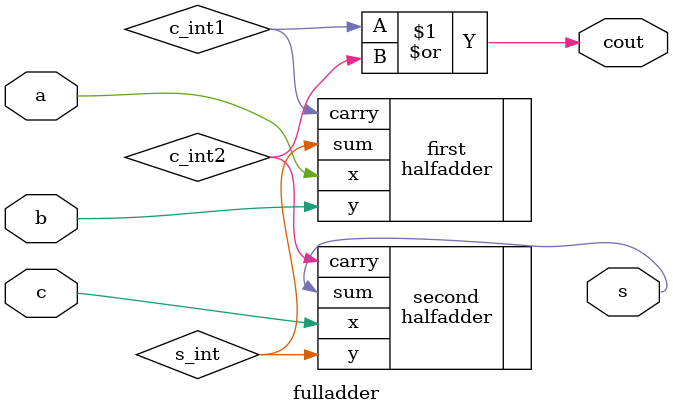
<source format=v>
module fulladder(a, b, c, s, cout);
  input a, b, c;
  output s, cout;
  wire s, cout;
  wire c_int1, c_int2, s_int; //intermediate sum and carry
  
  halfadder first (
    .x(a), .y(b), .sum(s_int), .carry(c_int1) );
  
  halfadder second (
    .x(c), .y(s_int), .sum(s), .carry(c_int2) );

  assign cout = c_int1 | c_int2;
endmodule
</source>
